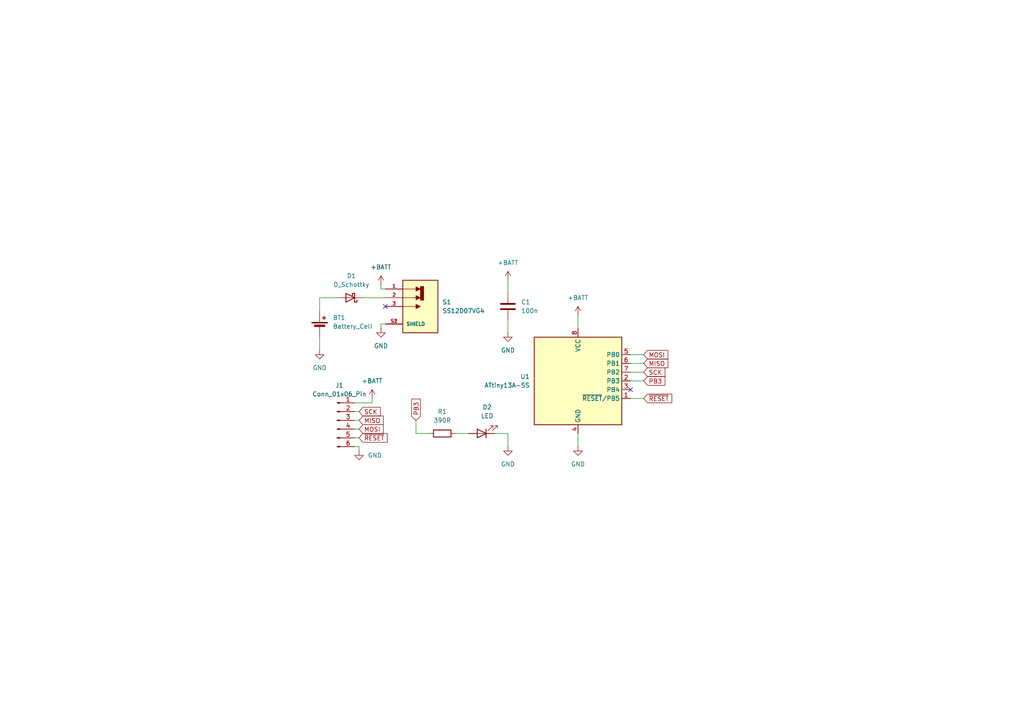
<source format=kicad_sch>
(kicad_sch
	(version 20250114)
	(generator "eeschema")
	(generator_version "9.0")
	(uuid "21502c8f-03a2-4777-a388-4cb33ba60941")
	(paper "A4")
	(title_block
		(title "Morse Code LED Blinker")
		(date "2025-10-15")
		(rev "v2")
		(company "Leandro Ebner")
	)
	(lib_symbols
		(symbol "Connector:Conn_01x06_Pin"
			(pin_names
				(offset 1.016)
				(hide yes)
			)
			(exclude_from_sim no)
			(in_bom yes)
			(on_board yes)
			(property "Reference" "J"
				(at 0 7.62 0)
				(effects
					(font
						(size 1.27 1.27)
					)
				)
			)
			(property "Value" "Conn_01x06_Pin"
				(at 0 -10.16 0)
				(effects
					(font
						(size 1.27 1.27)
					)
				)
			)
			(property "Footprint" ""
				(at 0 0 0)
				(effects
					(font
						(size 1.27 1.27)
					)
					(hide yes)
				)
			)
			(property "Datasheet" "~"
				(at 0 0 0)
				(effects
					(font
						(size 1.27 1.27)
					)
					(hide yes)
				)
			)
			(property "Description" "Generic connector, single row, 01x06, script generated"
				(at 0 0 0)
				(effects
					(font
						(size 1.27 1.27)
					)
					(hide yes)
				)
			)
			(property "ki_locked" ""
				(at 0 0 0)
				(effects
					(font
						(size 1.27 1.27)
					)
				)
			)
			(property "ki_keywords" "connector"
				(at 0 0 0)
				(effects
					(font
						(size 1.27 1.27)
					)
					(hide yes)
				)
			)
			(property "ki_fp_filters" "Connector*:*_1x??_*"
				(at 0 0 0)
				(effects
					(font
						(size 1.27 1.27)
					)
					(hide yes)
				)
			)
			(symbol "Conn_01x06_Pin_1_1"
				(rectangle
					(start 0.8636 5.207)
					(end 0 4.953)
					(stroke
						(width 0.1524)
						(type default)
					)
					(fill
						(type outline)
					)
				)
				(rectangle
					(start 0.8636 2.667)
					(end 0 2.413)
					(stroke
						(width 0.1524)
						(type default)
					)
					(fill
						(type outline)
					)
				)
				(rectangle
					(start 0.8636 0.127)
					(end 0 -0.127)
					(stroke
						(width 0.1524)
						(type default)
					)
					(fill
						(type outline)
					)
				)
				(rectangle
					(start 0.8636 -2.413)
					(end 0 -2.667)
					(stroke
						(width 0.1524)
						(type default)
					)
					(fill
						(type outline)
					)
				)
				(rectangle
					(start 0.8636 -4.953)
					(end 0 -5.207)
					(stroke
						(width 0.1524)
						(type default)
					)
					(fill
						(type outline)
					)
				)
				(rectangle
					(start 0.8636 -7.493)
					(end 0 -7.747)
					(stroke
						(width 0.1524)
						(type default)
					)
					(fill
						(type outline)
					)
				)
				(polyline
					(pts
						(xy 1.27 5.08) (xy 0.8636 5.08)
					)
					(stroke
						(width 0.1524)
						(type default)
					)
					(fill
						(type none)
					)
				)
				(polyline
					(pts
						(xy 1.27 2.54) (xy 0.8636 2.54)
					)
					(stroke
						(width 0.1524)
						(type default)
					)
					(fill
						(type none)
					)
				)
				(polyline
					(pts
						(xy 1.27 0) (xy 0.8636 0)
					)
					(stroke
						(width 0.1524)
						(type default)
					)
					(fill
						(type none)
					)
				)
				(polyline
					(pts
						(xy 1.27 -2.54) (xy 0.8636 -2.54)
					)
					(stroke
						(width 0.1524)
						(type default)
					)
					(fill
						(type none)
					)
				)
				(polyline
					(pts
						(xy 1.27 -5.08) (xy 0.8636 -5.08)
					)
					(stroke
						(width 0.1524)
						(type default)
					)
					(fill
						(type none)
					)
				)
				(polyline
					(pts
						(xy 1.27 -7.62) (xy 0.8636 -7.62)
					)
					(stroke
						(width 0.1524)
						(type default)
					)
					(fill
						(type none)
					)
				)
				(pin passive line
					(at 5.08 5.08 180)
					(length 3.81)
					(name "Pin_1"
						(effects
							(font
								(size 1.27 1.27)
							)
						)
					)
					(number "1"
						(effects
							(font
								(size 1.27 1.27)
							)
						)
					)
				)
				(pin passive line
					(at 5.08 2.54 180)
					(length 3.81)
					(name "Pin_2"
						(effects
							(font
								(size 1.27 1.27)
							)
						)
					)
					(number "2"
						(effects
							(font
								(size 1.27 1.27)
							)
						)
					)
				)
				(pin passive line
					(at 5.08 0 180)
					(length 3.81)
					(name "Pin_3"
						(effects
							(font
								(size 1.27 1.27)
							)
						)
					)
					(number "3"
						(effects
							(font
								(size 1.27 1.27)
							)
						)
					)
				)
				(pin passive line
					(at 5.08 -2.54 180)
					(length 3.81)
					(name "Pin_4"
						(effects
							(font
								(size 1.27 1.27)
							)
						)
					)
					(number "4"
						(effects
							(font
								(size 1.27 1.27)
							)
						)
					)
				)
				(pin passive line
					(at 5.08 -5.08 180)
					(length 3.81)
					(name "Pin_5"
						(effects
							(font
								(size 1.27 1.27)
							)
						)
					)
					(number "5"
						(effects
							(font
								(size 1.27 1.27)
							)
						)
					)
				)
				(pin passive line
					(at 5.08 -7.62 180)
					(length 3.81)
					(name "Pin_6"
						(effects
							(font
								(size 1.27 1.27)
							)
						)
					)
					(number "6"
						(effects
							(font
								(size 1.27 1.27)
							)
						)
					)
				)
			)
			(embedded_fonts no)
		)
		(symbol "Device:Battery_Cell"
			(pin_numbers
				(hide yes)
			)
			(pin_names
				(offset 0)
				(hide yes)
			)
			(exclude_from_sim no)
			(in_bom yes)
			(on_board yes)
			(property "Reference" "BT"
				(at 2.54 2.54 0)
				(effects
					(font
						(size 1.27 1.27)
					)
					(justify left)
				)
			)
			(property "Value" "Battery_Cell"
				(at 2.54 0 0)
				(effects
					(font
						(size 1.27 1.27)
					)
					(justify left)
				)
			)
			(property "Footprint" ""
				(at 0 1.524 90)
				(effects
					(font
						(size 1.27 1.27)
					)
					(hide yes)
				)
			)
			(property "Datasheet" "~"
				(at 0 1.524 90)
				(effects
					(font
						(size 1.27 1.27)
					)
					(hide yes)
				)
			)
			(property "Description" "Single-cell battery"
				(at 0 0 0)
				(effects
					(font
						(size 1.27 1.27)
					)
					(hide yes)
				)
			)
			(property "ki_keywords" "battery cell"
				(at 0 0 0)
				(effects
					(font
						(size 1.27 1.27)
					)
					(hide yes)
				)
			)
			(symbol "Battery_Cell_0_1"
				(rectangle
					(start -2.286 1.778)
					(end 2.286 1.524)
					(stroke
						(width 0)
						(type default)
					)
					(fill
						(type outline)
					)
				)
				(rectangle
					(start -1.524 1.016)
					(end 1.524 0.508)
					(stroke
						(width 0)
						(type default)
					)
					(fill
						(type outline)
					)
				)
				(polyline
					(pts
						(xy 0 1.778) (xy 0 2.54)
					)
					(stroke
						(width 0)
						(type default)
					)
					(fill
						(type none)
					)
				)
				(polyline
					(pts
						(xy 0 0.762) (xy 0 0)
					)
					(stroke
						(width 0)
						(type default)
					)
					(fill
						(type none)
					)
				)
				(polyline
					(pts
						(xy 0.762 3.048) (xy 1.778 3.048)
					)
					(stroke
						(width 0.254)
						(type default)
					)
					(fill
						(type none)
					)
				)
				(polyline
					(pts
						(xy 1.27 3.556) (xy 1.27 2.54)
					)
					(stroke
						(width 0.254)
						(type default)
					)
					(fill
						(type none)
					)
				)
			)
			(symbol "Battery_Cell_1_1"
				(pin passive line
					(at 0 5.08 270)
					(length 2.54)
					(name "+"
						(effects
							(font
								(size 1.27 1.27)
							)
						)
					)
					(number "1"
						(effects
							(font
								(size 1.27 1.27)
							)
						)
					)
				)
				(pin passive line
					(at 0 -2.54 90)
					(length 2.54)
					(name "-"
						(effects
							(font
								(size 1.27 1.27)
							)
						)
					)
					(number "2"
						(effects
							(font
								(size 1.27 1.27)
							)
						)
					)
				)
			)
			(embedded_fonts no)
		)
		(symbol "Device:C"
			(pin_numbers
				(hide yes)
			)
			(pin_names
				(offset 0.254)
			)
			(exclude_from_sim no)
			(in_bom yes)
			(on_board yes)
			(property "Reference" "C"
				(at 0.635 2.54 0)
				(effects
					(font
						(size 1.27 1.27)
					)
					(justify left)
				)
			)
			(property "Value" "C"
				(at 0.635 -2.54 0)
				(effects
					(font
						(size 1.27 1.27)
					)
					(justify left)
				)
			)
			(property "Footprint" ""
				(at 0.9652 -3.81 0)
				(effects
					(font
						(size 1.27 1.27)
					)
					(hide yes)
				)
			)
			(property "Datasheet" "~"
				(at 0 0 0)
				(effects
					(font
						(size 1.27 1.27)
					)
					(hide yes)
				)
			)
			(property "Description" "Unpolarized capacitor"
				(at 0 0 0)
				(effects
					(font
						(size 1.27 1.27)
					)
					(hide yes)
				)
			)
			(property "ki_keywords" "cap capacitor"
				(at 0 0 0)
				(effects
					(font
						(size 1.27 1.27)
					)
					(hide yes)
				)
			)
			(property "ki_fp_filters" "C_*"
				(at 0 0 0)
				(effects
					(font
						(size 1.27 1.27)
					)
					(hide yes)
				)
			)
			(symbol "C_0_1"
				(polyline
					(pts
						(xy -2.032 0.762) (xy 2.032 0.762)
					)
					(stroke
						(width 0.508)
						(type default)
					)
					(fill
						(type none)
					)
				)
				(polyline
					(pts
						(xy -2.032 -0.762) (xy 2.032 -0.762)
					)
					(stroke
						(width 0.508)
						(type default)
					)
					(fill
						(type none)
					)
				)
			)
			(symbol "C_1_1"
				(pin passive line
					(at 0 3.81 270)
					(length 2.794)
					(name "~"
						(effects
							(font
								(size 1.27 1.27)
							)
						)
					)
					(number "1"
						(effects
							(font
								(size 1.27 1.27)
							)
						)
					)
				)
				(pin passive line
					(at 0 -3.81 90)
					(length 2.794)
					(name "~"
						(effects
							(font
								(size 1.27 1.27)
							)
						)
					)
					(number "2"
						(effects
							(font
								(size 1.27 1.27)
							)
						)
					)
				)
			)
			(embedded_fonts no)
		)
		(symbol "Device:D_Schottky"
			(pin_numbers
				(hide yes)
			)
			(pin_names
				(offset 1.016)
				(hide yes)
			)
			(exclude_from_sim no)
			(in_bom yes)
			(on_board yes)
			(property "Reference" "D"
				(at 0 2.54 0)
				(effects
					(font
						(size 1.27 1.27)
					)
				)
			)
			(property "Value" "D_Schottky"
				(at 0 -2.54 0)
				(effects
					(font
						(size 1.27 1.27)
					)
				)
			)
			(property "Footprint" ""
				(at 0 0 0)
				(effects
					(font
						(size 1.27 1.27)
					)
					(hide yes)
				)
			)
			(property "Datasheet" "~"
				(at 0 0 0)
				(effects
					(font
						(size 1.27 1.27)
					)
					(hide yes)
				)
			)
			(property "Description" "Schottky diode"
				(at 0 0 0)
				(effects
					(font
						(size 1.27 1.27)
					)
					(hide yes)
				)
			)
			(property "ki_keywords" "diode Schottky"
				(at 0 0 0)
				(effects
					(font
						(size 1.27 1.27)
					)
					(hide yes)
				)
			)
			(property "ki_fp_filters" "TO-???* *_Diode_* *SingleDiode* D_*"
				(at 0 0 0)
				(effects
					(font
						(size 1.27 1.27)
					)
					(hide yes)
				)
			)
			(symbol "D_Schottky_0_1"
				(polyline
					(pts
						(xy -1.905 0.635) (xy -1.905 1.27) (xy -1.27 1.27) (xy -1.27 -1.27) (xy -0.635 -1.27) (xy -0.635 -0.635)
					)
					(stroke
						(width 0.254)
						(type default)
					)
					(fill
						(type none)
					)
				)
				(polyline
					(pts
						(xy 1.27 1.27) (xy 1.27 -1.27) (xy -1.27 0) (xy 1.27 1.27)
					)
					(stroke
						(width 0.254)
						(type default)
					)
					(fill
						(type none)
					)
				)
				(polyline
					(pts
						(xy 1.27 0) (xy -1.27 0)
					)
					(stroke
						(width 0)
						(type default)
					)
					(fill
						(type none)
					)
				)
			)
			(symbol "D_Schottky_1_1"
				(pin passive line
					(at -3.81 0 0)
					(length 2.54)
					(name "K"
						(effects
							(font
								(size 1.27 1.27)
							)
						)
					)
					(number "1"
						(effects
							(font
								(size 1.27 1.27)
							)
						)
					)
				)
				(pin passive line
					(at 3.81 0 180)
					(length 2.54)
					(name "A"
						(effects
							(font
								(size 1.27 1.27)
							)
						)
					)
					(number "2"
						(effects
							(font
								(size 1.27 1.27)
							)
						)
					)
				)
			)
			(embedded_fonts no)
		)
		(symbol "Device:LED"
			(pin_numbers
				(hide yes)
			)
			(pin_names
				(offset 1.016)
				(hide yes)
			)
			(exclude_from_sim no)
			(in_bom yes)
			(on_board yes)
			(property "Reference" "D"
				(at 0 2.54 0)
				(effects
					(font
						(size 1.27 1.27)
					)
				)
			)
			(property "Value" "LED"
				(at 0 -2.54 0)
				(effects
					(font
						(size 1.27 1.27)
					)
				)
			)
			(property "Footprint" ""
				(at 0 0 0)
				(effects
					(font
						(size 1.27 1.27)
					)
					(hide yes)
				)
			)
			(property "Datasheet" "~"
				(at 0 0 0)
				(effects
					(font
						(size 1.27 1.27)
					)
					(hide yes)
				)
			)
			(property "Description" "Light emitting diode"
				(at 0 0 0)
				(effects
					(font
						(size 1.27 1.27)
					)
					(hide yes)
				)
			)
			(property "Sim.Pins" "1=K 2=A"
				(at 0 0 0)
				(effects
					(font
						(size 1.27 1.27)
					)
					(hide yes)
				)
			)
			(property "ki_keywords" "LED diode"
				(at 0 0 0)
				(effects
					(font
						(size 1.27 1.27)
					)
					(hide yes)
				)
			)
			(property "ki_fp_filters" "LED* LED_SMD:* LED_THT:*"
				(at 0 0 0)
				(effects
					(font
						(size 1.27 1.27)
					)
					(hide yes)
				)
			)
			(symbol "LED_0_1"
				(polyline
					(pts
						(xy -3.048 -0.762) (xy -4.572 -2.286) (xy -3.81 -2.286) (xy -4.572 -2.286) (xy -4.572 -1.524)
					)
					(stroke
						(width 0)
						(type default)
					)
					(fill
						(type none)
					)
				)
				(polyline
					(pts
						(xy -1.778 -0.762) (xy -3.302 -2.286) (xy -2.54 -2.286) (xy -3.302 -2.286) (xy -3.302 -1.524)
					)
					(stroke
						(width 0)
						(type default)
					)
					(fill
						(type none)
					)
				)
				(polyline
					(pts
						(xy -1.27 0) (xy 1.27 0)
					)
					(stroke
						(width 0)
						(type default)
					)
					(fill
						(type none)
					)
				)
				(polyline
					(pts
						(xy -1.27 -1.27) (xy -1.27 1.27)
					)
					(stroke
						(width 0.254)
						(type default)
					)
					(fill
						(type none)
					)
				)
				(polyline
					(pts
						(xy 1.27 -1.27) (xy 1.27 1.27) (xy -1.27 0) (xy 1.27 -1.27)
					)
					(stroke
						(width 0.254)
						(type default)
					)
					(fill
						(type none)
					)
				)
			)
			(symbol "LED_1_1"
				(pin passive line
					(at -3.81 0 0)
					(length 2.54)
					(name "K"
						(effects
							(font
								(size 1.27 1.27)
							)
						)
					)
					(number "1"
						(effects
							(font
								(size 1.27 1.27)
							)
						)
					)
				)
				(pin passive line
					(at 3.81 0 180)
					(length 2.54)
					(name "A"
						(effects
							(font
								(size 1.27 1.27)
							)
						)
					)
					(number "2"
						(effects
							(font
								(size 1.27 1.27)
							)
						)
					)
				)
			)
			(embedded_fonts no)
		)
		(symbol "Device:R"
			(pin_numbers
				(hide yes)
			)
			(pin_names
				(offset 0)
			)
			(exclude_from_sim no)
			(in_bom yes)
			(on_board yes)
			(property "Reference" "R"
				(at 2.032 0 90)
				(effects
					(font
						(size 1.27 1.27)
					)
				)
			)
			(property "Value" "R"
				(at 0 0 90)
				(effects
					(font
						(size 1.27 1.27)
					)
				)
			)
			(property "Footprint" ""
				(at -1.778 0 90)
				(effects
					(font
						(size 1.27 1.27)
					)
					(hide yes)
				)
			)
			(property "Datasheet" "~"
				(at 0 0 0)
				(effects
					(font
						(size 1.27 1.27)
					)
					(hide yes)
				)
			)
			(property "Description" "Resistor"
				(at 0 0 0)
				(effects
					(font
						(size 1.27 1.27)
					)
					(hide yes)
				)
			)
			(property "ki_keywords" "R res resistor"
				(at 0 0 0)
				(effects
					(font
						(size 1.27 1.27)
					)
					(hide yes)
				)
			)
			(property "ki_fp_filters" "R_*"
				(at 0 0 0)
				(effects
					(font
						(size 1.27 1.27)
					)
					(hide yes)
				)
			)
			(symbol "R_0_1"
				(rectangle
					(start -1.016 -2.54)
					(end 1.016 2.54)
					(stroke
						(width 0.254)
						(type default)
					)
					(fill
						(type none)
					)
				)
			)
			(symbol "R_1_1"
				(pin passive line
					(at 0 3.81 270)
					(length 1.27)
					(name "~"
						(effects
							(font
								(size 1.27 1.27)
							)
						)
					)
					(number "1"
						(effects
							(font
								(size 1.27 1.27)
							)
						)
					)
				)
				(pin passive line
					(at 0 -3.81 90)
					(length 1.27)
					(name "~"
						(effects
							(font
								(size 1.27 1.27)
							)
						)
					)
					(number "2"
						(effects
							(font
								(size 1.27 1.27)
							)
						)
					)
				)
			)
			(embedded_fonts no)
		)
		(symbol "MCU_Microchip_ATtiny:ATtiny13A-SS"
			(exclude_from_sim no)
			(in_bom yes)
			(on_board yes)
			(property "Reference" "U"
				(at -12.7 13.97 0)
				(effects
					(font
						(size 1.27 1.27)
					)
					(justify left bottom)
				)
			)
			(property "Value" "ATtiny13A-SS"
				(at 2.54 -13.97 0)
				(effects
					(font
						(size 1.27 1.27)
					)
					(justify left top)
				)
			)
			(property "Footprint" "Package_SO:SOIC-8_3.9x4.9mm_P1.27mm"
				(at 0 0 0)
				(effects
					(font
						(size 1.27 1.27)
						(italic yes)
					)
					(hide yes)
				)
			)
			(property "Datasheet" "http://ww1.microchip.com/downloads/en/DeviceDoc/doc8126.pdf"
				(at 0 0 0)
				(effects
					(font
						(size 1.27 1.27)
					)
					(hide yes)
				)
			)
			(property "Description" "20MHz, 1kB Flash, 64B SRAM, 64B EEPROM, debugWIRE, SOIC-8 (150 mil)"
				(at 0 0 0)
				(effects
					(font
						(size 1.27 1.27)
					)
					(hide yes)
				)
			)
			(property "ki_keywords" "AVR 8bit Microcontroller tinyAVR"
				(at 0 0 0)
				(effects
					(font
						(size 1.27 1.27)
					)
					(hide yes)
				)
			)
			(property "ki_fp_filters" "SOIC*3.9x4.9mm*P1.27mm*"
				(at 0 0 0)
				(effects
					(font
						(size 1.27 1.27)
					)
					(hide yes)
				)
			)
			(symbol "ATtiny13A-SS_0_1"
				(rectangle
					(start -12.7 -12.7)
					(end 12.7 12.7)
					(stroke
						(width 0.254)
						(type default)
					)
					(fill
						(type background)
					)
				)
			)
			(symbol "ATtiny13A-SS_1_1"
				(pin power_in line
					(at 0 15.24 270)
					(length 2.54)
					(name "VCC"
						(effects
							(font
								(size 1.27 1.27)
							)
						)
					)
					(number "8"
						(effects
							(font
								(size 1.27 1.27)
							)
						)
					)
				)
				(pin power_in line
					(at 0 -15.24 90)
					(length 2.54)
					(name "GND"
						(effects
							(font
								(size 1.27 1.27)
							)
						)
					)
					(number "4"
						(effects
							(font
								(size 1.27 1.27)
							)
						)
					)
				)
				(pin bidirectional line
					(at 15.24 7.62 180)
					(length 2.54)
					(name "PB0"
						(effects
							(font
								(size 1.27 1.27)
							)
						)
					)
					(number "5"
						(effects
							(font
								(size 1.27 1.27)
							)
						)
					)
				)
				(pin bidirectional line
					(at 15.24 5.08 180)
					(length 2.54)
					(name "PB1"
						(effects
							(font
								(size 1.27 1.27)
							)
						)
					)
					(number "6"
						(effects
							(font
								(size 1.27 1.27)
							)
						)
					)
				)
				(pin bidirectional line
					(at 15.24 2.54 180)
					(length 2.54)
					(name "PB2"
						(effects
							(font
								(size 1.27 1.27)
							)
						)
					)
					(number "7"
						(effects
							(font
								(size 1.27 1.27)
							)
						)
					)
				)
				(pin bidirectional line
					(at 15.24 0 180)
					(length 2.54)
					(name "PB3"
						(effects
							(font
								(size 1.27 1.27)
							)
						)
					)
					(number "2"
						(effects
							(font
								(size 1.27 1.27)
							)
						)
					)
				)
				(pin bidirectional line
					(at 15.24 -2.54 180)
					(length 2.54)
					(name "PB4"
						(effects
							(font
								(size 1.27 1.27)
							)
						)
					)
					(number "3"
						(effects
							(font
								(size 1.27 1.27)
							)
						)
					)
				)
				(pin bidirectional line
					(at 15.24 -5.08 180)
					(length 2.54)
					(name "~{RESET}/PB5"
						(effects
							(font
								(size 1.27 1.27)
							)
						)
					)
					(number "1"
						(effects
							(font
								(size 1.27 1.27)
							)
						)
					)
				)
			)
			(embedded_fonts no)
		)
		(symbol "power:+BATT"
			(power)
			(pin_numbers
				(hide yes)
			)
			(pin_names
				(offset 0)
				(hide yes)
			)
			(exclude_from_sim no)
			(in_bom yes)
			(on_board yes)
			(property "Reference" "#PWR"
				(at 0 -3.81 0)
				(effects
					(font
						(size 1.27 1.27)
					)
					(hide yes)
				)
			)
			(property "Value" "+BATT"
				(at 0 3.556 0)
				(effects
					(font
						(size 1.27 1.27)
					)
				)
			)
			(property "Footprint" ""
				(at 0 0 0)
				(effects
					(font
						(size 1.27 1.27)
					)
					(hide yes)
				)
			)
			(property "Datasheet" ""
				(at 0 0 0)
				(effects
					(font
						(size 1.27 1.27)
					)
					(hide yes)
				)
			)
			(property "Description" "Power symbol creates a global label with name \"+BATT\""
				(at 0 0 0)
				(effects
					(font
						(size 1.27 1.27)
					)
					(hide yes)
				)
			)
			(property "ki_keywords" "global power battery"
				(at 0 0 0)
				(effects
					(font
						(size 1.27 1.27)
					)
					(hide yes)
				)
			)
			(symbol "+BATT_0_1"
				(polyline
					(pts
						(xy -0.762 1.27) (xy 0 2.54)
					)
					(stroke
						(width 0)
						(type default)
					)
					(fill
						(type none)
					)
				)
				(polyline
					(pts
						(xy 0 2.54) (xy 0.762 1.27)
					)
					(stroke
						(width 0)
						(type default)
					)
					(fill
						(type none)
					)
				)
				(polyline
					(pts
						(xy 0 0) (xy 0 2.54)
					)
					(stroke
						(width 0)
						(type default)
					)
					(fill
						(type none)
					)
				)
			)
			(symbol "+BATT_1_1"
				(pin power_in line
					(at 0 0 90)
					(length 0)
					(name "~"
						(effects
							(font
								(size 1.27 1.27)
							)
						)
					)
					(number "1"
						(effects
							(font
								(size 1.27 1.27)
							)
						)
					)
				)
			)
			(embedded_fonts no)
		)
		(symbol "power:GND"
			(power)
			(pin_numbers
				(hide yes)
			)
			(pin_names
				(offset 0)
				(hide yes)
			)
			(exclude_from_sim no)
			(in_bom yes)
			(on_board yes)
			(property "Reference" "#PWR"
				(at 0 -6.35 0)
				(effects
					(font
						(size 1.27 1.27)
					)
					(hide yes)
				)
			)
			(property "Value" "GND"
				(at 0 -3.81 0)
				(effects
					(font
						(size 1.27 1.27)
					)
				)
			)
			(property "Footprint" ""
				(at 0 0 0)
				(effects
					(font
						(size 1.27 1.27)
					)
					(hide yes)
				)
			)
			(property "Datasheet" ""
				(at 0 0 0)
				(effects
					(font
						(size 1.27 1.27)
					)
					(hide yes)
				)
			)
			(property "Description" "Power symbol creates a global label with name \"GND\" , ground"
				(at 0 0 0)
				(effects
					(font
						(size 1.27 1.27)
					)
					(hide yes)
				)
			)
			(property "ki_keywords" "global power"
				(at 0 0 0)
				(effects
					(font
						(size 1.27 1.27)
					)
					(hide yes)
				)
			)
			(symbol "GND_0_1"
				(polyline
					(pts
						(xy 0 0) (xy 0 -1.27) (xy 1.27 -1.27) (xy 0 -2.54) (xy -1.27 -1.27) (xy 0 -1.27)
					)
					(stroke
						(width 0)
						(type default)
					)
					(fill
						(type none)
					)
				)
			)
			(symbol "GND_1_1"
				(pin power_in line
					(at 0 0 270)
					(length 0)
					(name "~"
						(effects
							(font
								(size 1.27 1.27)
							)
						)
					)
					(number "1"
						(effects
							(font
								(size 1.27 1.27)
							)
						)
					)
				)
			)
			(embedded_fonts no)
		)
		(symbol "syms:SS12D07VG4"
			(pin_names
				(offset 1.016)
			)
			(exclude_from_sim no)
			(in_bom yes)
			(on_board yes)
			(property "Reference" "S"
				(at -5.08 8.89 0)
				(effects
					(font
						(size 1.27 1.27)
					)
					(justify left bottom)
				)
			)
			(property "Value" "SS12D07VG4"
				(at -5.08 -8.89 0)
				(effects
					(font
						(size 1.27 1.27)
					)
					(justify left top)
				)
			)
			(property "Footprint" "SS12D07VG4:SW_SS12D07VG4"
				(at 0 0 0)
				(effects
					(font
						(size 1.27 1.27)
					)
					(justify bottom)
					(hide yes)
				)
			)
			(property "Datasheet" ""
				(at 0 0 0)
				(effects
					(font
						(size 1.27 1.27)
					)
					(hide yes)
				)
			)
			(property "Description" ""
				(at 0 0 0)
				(effects
					(font
						(size 1.27 1.27)
					)
					(hide yes)
				)
			)
			(property "MF" "Shouhan"
				(at 0 0 0)
				(effects
					(font
						(size 1.27 1.27)
					)
					(justify bottom)
					(hide yes)
				)
			)
			(property "MAXIMUM_PACKAGE_HEIGHT" "8.7mm"
				(at 0 0 0)
				(effects
					(font
						(size 1.27 1.27)
					)
					(justify bottom)
					(hide yes)
				)
			)
			(property "Package" "Package"
				(at 0 0 0)
				(effects
					(font
						(size 1.27 1.27)
					)
					(justify bottom)
					(hide yes)
				)
			)
			(property "Price" "None"
				(at 0 0 0)
				(effects
					(font
						(size 1.27 1.27)
					)
					(justify bottom)
					(hide yes)
				)
			)
			(property "Check_prices" "https://www.snapeda.com/parts/SS12D07VG4/Shouhan/view-part/?ref=eda"
				(at 0 0 0)
				(effects
					(font
						(size 1.27 1.27)
					)
					(justify bottom)
					(hide yes)
				)
			)
			(property "STANDARD" "Manufacturer Recommendations"
				(at 0 0 0)
				(effects
					(font
						(size 1.27 1.27)
					)
					(justify bottom)
					(hide yes)
				)
			)
			(property "PARTREV" "1"
				(at 0 0 0)
				(effects
					(font
						(size 1.27 1.27)
					)
					(justify bottom)
					(hide yes)
				)
			)
			(property "SnapEDA_Link" "https://www.snapeda.com/parts/SS12D07VG4/Shouhan/view-part/?ref=snap"
				(at 0 0 0)
				(effects
					(font
						(size 1.27 1.27)
					)
					(justify bottom)
					(hide yes)
				)
			)
			(property "MP" "SS12D07VG4"
				(at 0 0 0)
				(effects
					(font
						(size 1.27 1.27)
					)
					(justify bottom)
					(hide yes)
				)
			)
			(property "Description_1" "Switch Slide ON ON SPDT Top Slide 0.3A 30VDC PC Pins Bracket Mount/Through Hole Automotive Bulk"
				(at 0 0 0)
				(effects
					(font
						(size 1.27 1.27)
					)
					(justify bottom)
					(hide yes)
				)
			)
			(property "Availability" "Not in stock"
				(at 0 0 0)
				(effects
					(font
						(size 1.27 1.27)
					)
					(justify bottom)
					(hide yes)
				)
			)
			(property "MANUFACTURER" "Shouhan"
				(at 0 0 0)
				(effects
					(font
						(size 1.27 1.27)
					)
					(justify bottom)
					(hide yes)
				)
			)
			(symbol "SS12D07VG4_0_0"
				(polyline
					(pts
						(xy -5.08 5.08) (xy -1.27 5.08)
					)
					(stroke
						(width 0.1524)
						(type default)
					)
					(fill
						(type none)
					)
				)
				(polyline
					(pts
						(xy -5.08 2.54) (xy -1.27 2.54)
					)
					(stroke
						(width 0.1524)
						(type default)
					)
					(fill
						(type none)
					)
				)
				(polyline
					(pts
						(xy -5.08 0) (xy -1.27 0)
					)
					(stroke
						(width 0.1524)
						(type default)
					)
					(fill
						(type none)
					)
				)
				(rectangle
					(start -5.08 -7.62)
					(end 5.08 7.62)
					(stroke
						(width 0.254)
						(type default)
					)
					(fill
						(type background)
					)
				)
				(polyline
					(pts
						(xy -1.27 5.715) (xy -1.27 4.445) (xy 0 5.08) (xy -1.27 5.715)
					)
					(stroke
						(width 0.1524)
						(type default)
					)
					(fill
						(type outline)
					)
				)
				(polyline
					(pts
						(xy -1.27 3.175) (xy -1.27 1.905) (xy 0 2.54) (xy -1.27 3.175)
					)
					(stroke
						(width 0.1524)
						(type default)
					)
					(fill
						(type outline)
					)
				)
				(polyline
					(pts
						(xy -1.27 0.635) (xy -1.27 -0.635) (xy 0 0) (xy -1.27 0.635)
					)
					(stroke
						(width 0.1524)
						(type default)
					)
					(fill
						(type outline)
					)
				)
				(polyline
					(pts
						(xy 0 5.842) (xy 0 1.778) (xy 1.016 1.778) (xy 1.016 5.842) (xy 0 5.842)
					)
					(stroke
						(width 0.0254)
						(type default)
					)
					(fill
						(type outline)
					)
				)
				(pin passive line
					(at -10.16 5.08 0)
					(length 5.08)
					(name "~"
						(effects
							(font
								(size 1.016 1.016)
							)
						)
					)
					(number "1"
						(effects
							(font
								(size 1.016 1.016)
							)
						)
					)
				)
				(pin passive line
					(at -10.16 2.54 0)
					(length 5.08)
					(name "~"
						(effects
							(font
								(size 1.016 1.016)
							)
						)
					)
					(number "2"
						(effects
							(font
								(size 1.016 1.016)
							)
						)
					)
				)
				(pin passive line
					(at -10.16 0 0)
					(length 5.08)
					(name "~"
						(effects
							(font
								(size 1.016 1.016)
							)
						)
					)
					(number "3"
						(effects
							(font
								(size 1.016 1.016)
							)
						)
					)
				)
				(pin passive line
					(at -10.16 -5.08 0)
					(length 5.08)
					(name "SHIELD"
						(effects
							(font
								(size 1.016 1.016)
							)
						)
					)
					(number "S1"
						(effects
							(font
								(size 1.016 1.016)
							)
						)
					)
				)
				(pin passive line
					(at -10.16 -5.08 0)
					(length 5.08)
					(name "SHIELD"
						(effects
							(font
								(size 1.016 1.016)
							)
						)
					)
					(number "S2"
						(effects
							(font
								(size 1.016 1.016)
							)
						)
					)
				)
			)
			(embedded_fonts no)
		)
	)
	(no_connect
		(at 182.88 113.03)
		(uuid "1bc92951-0ffe-49a9-8343-f39e861db3c5")
	)
	(no_connect
		(at 111.76 88.9)
		(uuid "5cb0e22c-f489-44c1-b1bc-53aae4c9628e")
	)
	(wire
		(pts
			(xy 147.32 81.28) (xy 147.32 85.09)
		)
		(stroke
			(width 0)
			(type default)
		)
		(uuid "04034ac1-1e1d-459b-9fc0-642ab59e3b4e")
	)
	(wire
		(pts
			(xy 104.14 129.54) (xy 104.14 130.81)
		)
		(stroke
			(width 0)
			(type default)
		)
		(uuid "05e6b814-5418-4d67-b1ab-658313526db4")
	)
	(wire
		(pts
			(xy 111.76 93.98) (xy 110.49 93.98)
		)
		(stroke
			(width 0)
			(type default)
		)
		(uuid "0d22333b-97a6-4bfe-8b6b-93566c014752")
	)
	(wire
		(pts
			(xy 186.69 102.87) (xy 182.88 102.87)
		)
		(stroke
			(width 0)
			(type default)
		)
		(uuid "0e2032a5-788a-4811-900d-e729c64c601a")
	)
	(wire
		(pts
			(xy 102.87 116.84) (xy 107.95 116.84)
		)
		(stroke
			(width 0)
			(type default)
		)
		(uuid "0ed29267-9b56-4fde-b999-86a1c207f553")
	)
	(wire
		(pts
			(xy 186.69 107.95) (xy 182.88 107.95)
		)
		(stroke
			(width 0)
			(type default)
		)
		(uuid "16705f96-c103-405f-a085-5dedf2d1ea7d")
	)
	(wire
		(pts
			(xy 105.41 86.36) (xy 111.76 86.36)
		)
		(stroke
			(width 0)
			(type default)
		)
		(uuid "1f5d38d4-0975-4e7b-ad54-146ccf374b9a")
	)
	(wire
		(pts
			(xy 102.87 124.46) (xy 104.14 124.46)
		)
		(stroke
			(width 0)
			(type default)
		)
		(uuid "283508e9-2ab2-40de-bcaf-184becffcd52")
	)
	(wire
		(pts
			(xy 111.76 83.82) (xy 110.49 83.82)
		)
		(stroke
			(width 0)
			(type default)
		)
		(uuid "344b591b-0ebe-4908-9d03-7d6a6034ea5e")
	)
	(wire
		(pts
			(xy 124.46 125.73) (xy 120.65 125.73)
		)
		(stroke
			(width 0)
			(type default)
		)
		(uuid "4179ec79-6e03-4dd9-a35c-d49f04103cbc")
	)
	(wire
		(pts
			(xy 92.71 86.36) (xy 97.79 86.36)
		)
		(stroke
			(width 0)
			(type default)
		)
		(uuid "48e83416-5b6e-469d-90d8-4701803406ac")
	)
	(wire
		(pts
			(xy 102.87 119.38) (xy 104.14 119.38)
		)
		(stroke
			(width 0)
			(type default)
		)
		(uuid "53be3981-9fb4-4e6b-bed2-ce8f97393180")
	)
	(wire
		(pts
			(xy 102.87 127) (xy 104.14 127)
		)
		(stroke
			(width 0)
			(type default)
		)
		(uuid "67193aa1-563c-4648-8da5-3febc54890ab")
	)
	(wire
		(pts
			(xy 167.64 129.54) (xy 167.64 125.73)
		)
		(stroke
			(width 0)
			(type default)
		)
		(uuid "68c9be78-ab58-424a-b442-87e97c4c88d8")
	)
	(wire
		(pts
			(xy 186.69 115.57) (xy 182.88 115.57)
		)
		(stroke
			(width 0)
			(type default)
		)
		(uuid "6f1306a0-ea23-4e39-a9f3-4bd0dd5b44de")
	)
	(wire
		(pts
			(xy 135.89 125.73) (xy 132.08 125.73)
		)
		(stroke
			(width 0)
			(type default)
		)
		(uuid "7468a94e-0242-4dd2-8cf4-5aa91817e4c4")
	)
	(wire
		(pts
			(xy 92.71 97.79) (xy 92.71 101.6)
		)
		(stroke
			(width 0)
			(type default)
		)
		(uuid "7cd89b77-a32d-4195-9454-627011a4933a")
	)
	(wire
		(pts
			(xy 110.49 93.98) (xy 110.49 95.25)
		)
		(stroke
			(width 0)
			(type default)
		)
		(uuid "83317db1-b979-43cf-9a08-7c39ac58496e")
	)
	(wire
		(pts
			(xy 110.49 82.55) (xy 110.49 83.82)
		)
		(stroke
			(width 0)
			(type default)
		)
		(uuid "848238cc-1b2c-4745-891e-4d95551f10a1")
	)
	(wire
		(pts
			(xy 102.87 121.92) (xy 104.14 121.92)
		)
		(stroke
			(width 0)
			(type default)
		)
		(uuid "877cc83d-3115-4c10-b295-0375fbfe0324")
	)
	(wire
		(pts
			(xy 186.69 105.41) (xy 182.88 105.41)
		)
		(stroke
			(width 0)
			(type default)
		)
		(uuid "91031e5c-dc01-466b-969e-244ef5146b0b")
	)
	(wire
		(pts
			(xy 143.51 125.73) (xy 147.32 125.73)
		)
		(stroke
			(width 0)
			(type default)
		)
		(uuid "9ec3973e-d7b7-4650-aa25-cff71784ea85")
	)
	(wire
		(pts
			(xy 186.69 110.49) (xy 182.88 110.49)
		)
		(stroke
			(width 0)
			(type default)
		)
		(uuid "a1ec95af-0bc5-4d5f-a341-d069e0cc615c")
	)
	(wire
		(pts
			(xy 102.87 129.54) (xy 104.14 129.54)
		)
		(stroke
			(width 0)
			(type default)
		)
		(uuid "a3bc72dc-a421-4e5f-8ee9-e6d9369f57f3")
	)
	(wire
		(pts
			(xy 167.64 91.44) (xy 167.64 95.25)
		)
		(stroke
			(width 0)
			(type default)
		)
		(uuid "a83d48bc-def5-4c70-8c0f-c8392a6a51a8")
	)
	(wire
		(pts
			(xy 107.95 115.57) (xy 107.95 116.84)
		)
		(stroke
			(width 0)
			(type default)
		)
		(uuid "cff7ae22-54ac-4d12-bc2c-c9c8f5c97f55")
	)
	(wire
		(pts
			(xy 92.71 86.36) (xy 92.71 90.17)
		)
		(stroke
			(width 0)
			(type default)
		)
		(uuid "d2e252a9-0fd7-4aa5-bf85-2d81ab339d8a")
	)
	(wire
		(pts
			(xy 120.65 121.92) (xy 120.65 125.73)
		)
		(stroke
			(width 0)
			(type default)
		)
		(uuid "d3b65c95-7e2b-47d8-8b21-97da276c47b4")
	)
	(wire
		(pts
			(xy 147.32 96.52) (xy 147.32 92.71)
		)
		(stroke
			(width 0)
			(type default)
		)
		(uuid "e779aef5-f47d-4631-923d-61741762ad1e")
	)
	(wire
		(pts
			(xy 147.32 125.73) (xy 147.32 129.54)
		)
		(stroke
			(width 0)
			(type default)
		)
		(uuid "eccc5b7e-98f9-4873-aaa1-00b217ec4747")
	)
	(global_label "MISO"
		(shape input)
		(at 186.69 105.41 0)
		(fields_autoplaced yes)
		(effects
			(font
				(size 1.27 1.27)
			)
			(justify left)
		)
		(uuid "1e026a3a-0d3c-434e-a4e5-1747c286b323")
		(property "Intersheetrefs" "${INTERSHEET_REFS}"
			(at 194.2714 105.41 0)
			(effects
				(font
					(size 1.27 1.27)
				)
				(justify left)
				(hide yes)
			)
		)
	)
	(global_label "SCK"
		(shape input)
		(at 104.14 119.38 0)
		(fields_autoplaced yes)
		(effects
			(font
				(size 1.27 1.27)
			)
			(justify left)
		)
		(uuid "21872add-d1c7-4b86-bf4a-e5c79e0cd0b9")
		(property "Intersheetrefs" "${INTERSHEET_REFS}"
			(at 110.8747 119.38 0)
			(effects
				(font
					(size 1.27 1.27)
				)
				(justify left)
				(hide yes)
			)
		)
	)
	(global_label "MOSI"
		(shape input)
		(at 104.14 124.46 0)
		(fields_autoplaced yes)
		(effects
			(font
				(size 1.27 1.27)
			)
			(justify left)
		)
		(uuid "245124de-4089-43e5-9d4f-61d715b4d155")
		(property "Intersheetrefs" "${INTERSHEET_REFS}"
			(at 111.7214 124.46 0)
			(effects
				(font
					(size 1.27 1.27)
				)
				(justify left)
				(hide yes)
			)
		)
	)
	(global_label "MOSI"
		(shape input)
		(at 186.69 102.87 0)
		(fields_autoplaced yes)
		(effects
			(font
				(size 1.27 1.27)
			)
			(justify left)
		)
		(uuid "2d932d27-a90a-48b3-bcd9-671770db1523")
		(property "Intersheetrefs" "${INTERSHEET_REFS}"
			(at 194.2714 102.87 0)
			(effects
				(font
					(size 1.27 1.27)
				)
				(justify left)
				(hide yes)
			)
		)
	)
	(global_label "~{RESET}"
		(shape input)
		(at 186.69 115.57 0)
		(fields_autoplaced yes)
		(effects
			(font
				(size 1.27 1.27)
			)
			(justify left)
		)
		(uuid "53cba1e1-43a1-4c53-9d57-eb16e2689686")
		(property "Intersheetrefs" "${INTERSHEET_REFS}"
			(at 195.4203 115.57 0)
			(effects
				(font
					(size 1.27 1.27)
				)
				(justify left)
				(hide yes)
			)
		)
	)
	(global_label "~{RESET}"
		(shape input)
		(at 104.14 127 0)
		(fields_autoplaced yes)
		(effects
			(font
				(size 1.27 1.27)
			)
			(justify left)
		)
		(uuid "5dc38687-0c3d-4912-95c0-3768e45e8bd2")
		(property "Intersheetrefs" "${INTERSHEET_REFS}"
			(at 112.8703 127 0)
			(effects
				(font
					(size 1.27 1.27)
				)
				(justify left)
				(hide yes)
			)
		)
	)
	(global_label "MISO"
		(shape input)
		(at 104.14 121.92 0)
		(fields_autoplaced yes)
		(effects
			(font
				(size 1.27 1.27)
			)
			(justify left)
		)
		(uuid "7c1fb1ca-3a17-4b88-973b-12bb789ebf1f")
		(property "Intersheetrefs" "${INTERSHEET_REFS}"
			(at 111.7214 121.92 0)
			(effects
				(font
					(size 1.27 1.27)
				)
				(justify left)
				(hide yes)
			)
		)
	)
	(global_label "SCK"
		(shape input)
		(at 186.69 107.95 0)
		(fields_autoplaced yes)
		(effects
			(font
				(size 1.27 1.27)
			)
			(justify left)
		)
		(uuid "90d87bc2-406d-4948-bdea-ea442020d1d0")
		(property "Intersheetrefs" "${INTERSHEET_REFS}"
			(at 193.4247 107.95 0)
			(effects
				(font
					(size 1.27 1.27)
				)
				(justify left)
				(hide yes)
			)
		)
	)
	(global_label "PB3"
		(shape input)
		(at 120.65 121.92 90)
		(fields_autoplaced yes)
		(effects
			(font
				(size 1.27 1.27)
			)
			(justify left)
		)
		(uuid "9771dcac-3be1-41f6-bd37-526d0c57693e")
		(property "Intersheetrefs" "${INTERSHEET_REFS}"
			(at 120.65 115.1853 90)
			(effects
				(font
					(size 1.27 1.27)
				)
				(justify left)
				(hide yes)
			)
		)
	)
	(global_label "PB3"
		(shape input)
		(at 186.69 110.49 0)
		(fields_autoplaced yes)
		(effects
			(font
				(size 1.27 1.27)
			)
			(justify left)
		)
		(uuid "def3569f-efe7-4ec7-b5c9-9379ddb2da80")
		(property "Intersheetrefs" "${INTERSHEET_REFS}"
			(at 193.4247 110.49 0)
			(effects
				(font
					(size 1.27 1.27)
				)
				(justify left)
				(hide yes)
			)
		)
	)
	(symbol
		(lib_id "Device:LED")
		(at 139.7 125.73 180)
		(unit 1)
		(exclude_from_sim no)
		(in_bom yes)
		(on_board yes)
		(dnp no)
		(fields_autoplaced yes)
		(uuid "07337a59-29d6-408b-8681-ab9fe6ab2349")
		(property "Reference" "D2"
			(at 141.2875 118.11 0)
			(effects
				(font
					(size 1.27 1.27)
				)
			)
		)
		(property "Value" "LED"
			(at 141.2875 120.65 0)
			(effects
				(font
					(size 1.27 1.27)
				)
			)
		)
		(property "Footprint" "LED_THT:LED_D3.0mm"
			(at 139.7 125.73 0)
			(effects
				(font
					(size 1.27 1.27)
				)
				(hide yes)
			)
		)
		(property "Datasheet" "~"
			(at 139.7 125.73 0)
			(effects
				(font
					(size 1.27 1.27)
				)
				(hide yes)
			)
		)
		(property "Description" "Light emitting diode"
			(at 139.7 125.73 0)
			(effects
				(font
					(size 1.27 1.27)
				)
				(hide yes)
			)
		)
		(property "Sim.Pins" "1=K 2=A"
			(at 139.7 125.73 0)
			(effects
				(font
					(size 1.27 1.27)
				)
				(hide yes)
			)
		)
		(pin "1"
			(uuid "65d40bc1-5e76-4f42-b39b-4a96f700b09e")
		)
		(pin "2"
			(uuid "518142e3-e750-4a8e-a230-fc1e18bdc7ba")
		)
		(instances
			(project ""
				(path "/21502c8f-03a2-4777-a388-4cb33ba60941"
					(reference "D2")
					(unit 1)
				)
			)
		)
	)
	(symbol
		(lib_id "power:+BATT")
		(at 107.95 115.57 0)
		(unit 1)
		(exclude_from_sim no)
		(in_bom yes)
		(on_board yes)
		(dnp no)
		(fields_autoplaced yes)
		(uuid "3f7e42e2-00c9-4262-9ff8-b5eea814bd67")
		(property "Reference" "#PWR011"
			(at 107.95 119.38 0)
			(effects
				(font
					(size 1.27 1.27)
				)
				(hide yes)
			)
		)
		(property "Value" "+BATT"
			(at 107.95 110.49 0)
			(effects
				(font
					(size 1.27 1.27)
				)
			)
		)
		(property "Footprint" ""
			(at 107.95 115.57 0)
			(effects
				(font
					(size 1.27 1.27)
				)
				(hide yes)
			)
		)
		(property "Datasheet" ""
			(at 107.95 115.57 0)
			(effects
				(font
					(size 1.27 1.27)
				)
				(hide yes)
			)
		)
		(property "Description" "Power symbol creates a global label with name \"+BATT\""
			(at 107.95 115.57 0)
			(effects
				(font
					(size 1.27 1.27)
				)
				(hide yes)
			)
		)
		(pin "1"
			(uuid "f433c32b-e546-4330-8d75-708baa9ea998")
		)
		(instances
			(project "Explore Science"
				(path "/21502c8f-03a2-4777-a388-4cb33ba60941"
					(reference "#PWR011")
					(unit 1)
				)
			)
		)
	)
	(symbol
		(lib_id "Device:Battery_Cell")
		(at 92.71 95.25 0)
		(unit 1)
		(exclude_from_sim no)
		(in_bom yes)
		(on_board yes)
		(dnp no)
		(fields_autoplaced yes)
		(uuid "403382bb-a0b9-425c-b0a3-66c74edd273d")
		(property "Reference" "BT1"
			(at 96.52 92.1384 0)
			(effects
				(font
					(size 1.27 1.27)
				)
				(justify left)
			)
		)
		(property "Value" "Battery_Cell"
			(at 96.52 94.6784 0)
			(effects
				(font
					(size 1.27 1.27)
				)
				(justify left)
			)
		)
		(property "Footprint" "Battery:BatteryHolder_MYOUNG_BS-07-A1BJ001_CR2032"
			(at 92.71 93.726 90)
			(effects
				(font
					(size 1.27 1.27)
				)
				(hide yes)
			)
		)
		(property "Datasheet" "~"
			(at 92.71 93.726 90)
			(effects
				(font
					(size 1.27 1.27)
				)
				(hide yes)
			)
		)
		(property "Description" "Single-cell battery"
			(at 92.71 95.25 0)
			(effects
				(font
					(size 1.27 1.27)
				)
				(hide yes)
			)
		)
		(pin "2"
			(uuid "2e50f09f-98f1-43d7-b8ef-47d65acfc873")
		)
		(pin "1"
			(uuid "bc3ecb24-689d-49c5-966d-018732fe1ec9")
		)
		(instances
			(project "Explore Science"
				(path "/21502c8f-03a2-4777-a388-4cb33ba60941"
					(reference "BT1")
					(unit 1)
				)
			)
		)
	)
	(symbol
		(lib_id "syms:SS12D07VG4")
		(at 121.92 88.9 0)
		(unit 1)
		(exclude_from_sim no)
		(in_bom yes)
		(on_board yes)
		(dnp no)
		(fields_autoplaced yes)
		(uuid "54be58bd-6a5f-4075-bffd-6a730167dacb")
		(property "Reference" "S1"
			(at 128.27 87.6299 0)
			(effects
				(font
					(size 1.27 1.27)
				)
				(justify left)
			)
		)
		(property "Value" "SS12D07VG4"
			(at 128.27 90.1699 0)
			(effects
				(font
					(size 1.27 1.27)
				)
				(justify left)
			)
		)
		(property "Footprint" "SS12D07VG4:SW_SS12D07VG4"
			(at 121.92 88.9 0)
			(effects
				(font
					(size 1.27 1.27)
				)
				(justify bottom)
				(hide yes)
			)
		)
		(property "Datasheet" ""
			(at 121.92 88.9 0)
			(effects
				(font
					(size 1.27 1.27)
				)
				(hide yes)
			)
		)
		(property "Description" ""
			(at 121.92 88.9 0)
			(effects
				(font
					(size 1.27 1.27)
				)
				(hide yes)
			)
		)
		(property "MF" "Shouhan"
			(at 121.92 88.9 0)
			(effects
				(font
					(size 1.27 1.27)
				)
				(justify bottom)
				(hide yes)
			)
		)
		(property "MAXIMUM_PACKAGE_HEIGHT" "8.7mm"
			(at 121.92 88.9 0)
			(effects
				(font
					(size 1.27 1.27)
				)
				(justify bottom)
				(hide yes)
			)
		)
		(property "Package" "Package"
			(at 121.92 88.9 0)
			(effects
				(font
					(size 1.27 1.27)
				)
				(justify bottom)
				(hide yes)
			)
		)
		(property "Price" "None"
			(at 121.92 88.9 0)
			(effects
				(font
					(size 1.27 1.27)
				)
				(justify bottom)
				(hide yes)
			)
		)
		(property "Check_prices" "https://www.snapeda.com/parts/SS12D07VG4/Shouhan/view-part/?ref=eda"
			(at 121.92 88.9 0)
			(effects
				(font
					(size 1.27 1.27)
				)
				(justify bottom)
				(hide yes)
			)
		)
		(property "STANDARD" "Manufacturer Recommendations"
			(at 121.92 88.9 0)
			(effects
				(font
					(size 1.27 1.27)
				)
				(justify bottom)
				(hide yes)
			)
		)
		(property "PARTREV" "1"
			(at 121.92 88.9 0)
			(effects
				(font
					(size 1.27 1.27)
				)
				(justify bottom)
				(hide yes)
			)
		)
		(property "SnapEDA_Link" "https://www.snapeda.com/parts/SS12D07VG4/Shouhan/view-part/?ref=snap"
			(at 121.92 88.9 0)
			(effects
				(font
					(size 1.27 1.27)
				)
				(justify bottom)
				(hide yes)
			)
		)
		(property "MP" "SS12D07VG4"
			(at 121.92 88.9 0)
			(effects
				(font
					(size 1.27 1.27)
				)
				(justify bottom)
				(hide yes)
			)
		)
		(property "Description_1" "Switch Slide ON ON SPDT Top Slide 0.3A 30VDC PC Pins Bracket Mount/Through Hole Automotive Bulk"
			(at 121.92 88.9 0)
			(effects
				(font
					(size 1.27 1.27)
				)
				(justify bottom)
				(hide yes)
			)
		)
		(property "Availability" "Not in stock"
			(at 121.92 88.9 0)
			(effects
				(font
					(size 1.27 1.27)
				)
				(justify bottom)
				(hide yes)
			)
		)
		(property "MANUFACTURER" "Shouhan"
			(at 121.92 88.9 0)
			(effects
				(font
					(size 1.27 1.27)
				)
				(justify bottom)
				(hide yes)
			)
		)
		(pin "S2"
			(uuid "6b0d292a-85ce-4177-9e0b-d03425be4a7e")
		)
		(pin "1"
			(uuid "d6038460-2d5f-4d46-805e-d90d4c6c7c42")
		)
		(pin "3"
			(uuid "099daf3f-439b-4209-830e-f1836e893993")
		)
		(pin "2"
			(uuid "2a3c6210-b2ba-4f05-867a-1298e6852892")
		)
		(pin "S1"
			(uuid "e84ca201-84b6-4b8f-aefa-ca014126e11f")
		)
		(instances
			(project ""
				(path "/21502c8f-03a2-4777-a388-4cb33ba60941"
					(reference "S1")
					(unit 1)
				)
			)
		)
	)
	(symbol
		(lib_id "power:GND")
		(at 167.64 129.54 0)
		(unit 1)
		(exclude_from_sim no)
		(in_bom yes)
		(on_board yes)
		(dnp no)
		(fields_autoplaced yes)
		(uuid "59c42457-5d45-4f16-9d98-fc9ec6511910")
		(property "Reference" "#PWR01"
			(at 167.64 135.89 0)
			(effects
				(font
					(size 1.27 1.27)
				)
				(hide yes)
			)
		)
		(property "Value" "GND"
			(at 167.64 134.62 0)
			(effects
				(font
					(size 1.27 1.27)
				)
			)
		)
		(property "Footprint" ""
			(at 167.64 129.54 0)
			(effects
				(font
					(size 1.27 1.27)
				)
				(hide yes)
			)
		)
		(property "Datasheet" ""
			(at 167.64 129.54 0)
			(effects
				(font
					(size 1.27 1.27)
				)
				(hide yes)
			)
		)
		(property "Description" "Power symbol creates a global label with name \"GND\" , ground"
			(at 167.64 129.54 0)
			(effects
				(font
					(size 1.27 1.27)
				)
				(hide yes)
			)
		)
		(pin "1"
			(uuid "6553c152-8a13-4aa4-8904-5ffd5aab0ff6")
		)
		(instances
			(project ""
				(path "/21502c8f-03a2-4777-a388-4cb33ba60941"
					(reference "#PWR01")
					(unit 1)
				)
			)
		)
	)
	(symbol
		(lib_id "Device:D_Schottky")
		(at 101.6 86.36 180)
		(unit 1)
		(exclude_from_sim no)
		(in_bom yes)
		(on_board yes)
		(dnp no)
		(fields_autoplaced yes)
		(uuid "7236e335-4297-4bfb-876e-28813d11581b")
		(property "Reference" "D1"
			(at 101.9175 80.01 0)
			(effects
				(font
					(size 1.27 1.27)
				)
			)
		)
		(property "Value" "D_Schottky"
			(at 101.9175 82.55 0)
			(effects
				(font
					(size 1.27 1.27)
				)
			)
		)
		(property "Footprint" "Diode_THT:D_DO-35_SOD27_P10.16mm_Horizontal"
			(at 101.6 86.36 0)
			(effects
				(font
					(size 1.27 1.27)
				)
				(hide yes)
			)
		)
		(property "Datasheet" "~"
			(at 101.6 86.36 0)
			(effects
				(font
					(size 1.27 1.27)
				)
				(hide yes)
			)
		)
		(property "Description" "Schottky diode"
			(at 101.6 86.36 0)
			(effects
				(font
					(size 1.27 1.27)
				)
				(hide yes)
			)
		)
		(pin "2"
			(uuid "719cf97c-93ce-4b1b-987f-7bc054c2884e")
		)
		(pin "1"
			(uuid "285f4a09-cc93-4af5-aa75-71df325e6235")
		)
		(instances
			(project ""
				(path "/21502c8f-03a2-4777-a388-4cb33ba60941"
					(reference "D1")
					(unit 1)
				)
			)
		)
	)
	(symbol
		(lib_id "Device:C")
		(at 147.32 88.9 0)
		(unit 1)
		(exclude_from_sim no)
		(in_bom yes)
		(on_board yes)
		(dnp no)
		(fields_autoplaced yes)
		(uuid "94223ea7-a0c3-463a-893c-439a921e2e66")
		(property "Reference" "C1"
			(at 151.13 87.6299 0)
			(effects
				(font
					(size 1.27 1.27)
				)
				(justify left)
			)
		)
		(property "Value" "100n"
			(at 151.13 90.1699 0)
			(effects
				(font
					(size 1.27 1.27)
				)
				(justify left)
			)
		)
		(property "Footprint" "Capacitor_SMD:C_1206_3216Metric_Pad1.33x1.80mm_HandSolder"
			(at 148.2852 92.71 0)
			(effects
				(font
					(size 1.27 1.27)
				)
				(hide yes)
			)
		)
		(property "Datasheet" "~"
			(at 147.32 88.9 0)
			(effects
				(font
					(size 1.27 1.27)
				)
				(hide yes)
			)
		)
		(property "Description" "Unpolarized capacitor"
			(at 147.32 88.9 0)
			(effects
				(font
					(size 1.27 1.27)
				)
				(hide yes)
			)
		)
		(pin "1"
			(uuid "3c382b68-9f6c-4ea3-a406-98c277f89380")
		)
		(pin "2"
			(uuid "9aedb3c7-92b0-41f9-a8da-85da3d3bd3c0")
		)
		(instances
			(project ""
				(path "/21502c8f-03a2-4777-a388-4cb33ba60941"
					(reference "C1")
					(unit 1)
				)
			)
		)
	)
	(symbol
		(lib_id "power:+BATT")
		(at 110.49 82.55 0)
		(unit 1)
		(exclude_from_sim no)
		(in_bom yes)
		(on_board yes)
		(dnp no)
		(fields_autoplaced yes)
		(uuid "96a9417a-862e-4053-b82d-61d80b1d90ff")
		(property "Reference" "#PWR03"
			(at 110.49 86.36 0)
			(effects
				(font
					(size 1.27 1.27)
				)
				(hide yes)
			)
		)
		(property "Value" "+BATT"
			(at 110.49 77.47 0)
			(effects
				(font
					(size 1.27 1.27)
				)
			)
		)
		(property "Footprint" ""
			(at 110.49 82.55 0)
			(effects
				(font
					(size 1.27 1.27)
				)
				(hide yes)
			)
		)
		(property "Datasheet" ""
			(at 110.49 82.55 0)
			(effects
				(font
					(size 1.27 1.27)
				)
				(hide yes)
			)
		)
		(property "Description" "Power symbol creates a global label with name \"+BATT\""
			(at 110.49 82.55 0)
			(effects
				(font
					(size 1.27 1.27)
				)
				(hide yes)
			)
		)
		(pin "1"
			(uuid "78c6c0b9-882f-4da7-a787-e041f9e83365")
		)
		(instances
			(project "Explore Science"
				(path "/21502c8f-03a2-4777-a388-4cb33ba60941"
					(reference "#PWR03")
					(unit 1)
				)
			)
		)
	)
	(symbol
		(lib_id "power:GND")
		(at 110.49 95.25 0)
		(unit 1)
		(exclude_from_sim no)
		(in_bom yes)
		(on_board yes)
		(dnp no)
		(fields_autoplaced yes)
		(uuid "9fb86aad-cb4b-4178-b76c-9661b041f3cb")
		(property "Reference" "#PWR08"
			(at 110.49 101.6 0)
			(effects
				(font
					(size 1.27 1.27)
				)
				(hide yes)
			)
		)
		(property "Value" "GND"
			(at 110.49 100.33 0)
			(effects
				(font
					(size 1.27 1.27)
				)
			)
		)
		(property "Footprint" ""
			(at 110.49 95.25 0)
			(effects
				(font
					(size 1.27 1.27)
				)
				(hide yes)
			)
		)
		(property "Datasheet" ""
			(at 110.49 95.25 0)
			(effects
				(font
					(size 1.27 1.27)
				)
				(hide yes)
			)
		)
		(property "Description" "Power symbol creates a global label with name \"GND\" , ground"
			(at 110.49 95.25 0)
			(effects
				(font
					(size 1.27 1.27)
				)
				(hide yes)
			)
		)
		(pin "1"
			(uuid "bf6f55b0-2c6d-4c7b-92da-e613bfa8c8c1")
		)
		(instances
			(project "Explore Science"
				(path "/21502c8f-03a2-4777-a388-4cb33ba60941"
					(reference "#PWR08")
					(unit 1)
				)
			)
		)
	)
	(symbol
		(lib_id "Connector:Conn_01x06_Pin")
		(at 97.79 121.92 0)
		(unit 1)
		(exclude_from_sim no)
		(in_bom yes)
		(on_board yes)
		(dnp no)
		(fields_autoplaced yes)
		(uuid "a4f0a4f9-2529-4f57-966a-4d1dc70dde6b")
		(property "Reference" "J1"
			(at 98.425 111.76 0)
			(effects
				(font
					(size 1.27 1.27)
				)
			)
		)
		(property "Value" "Conn_01x06_Pin"
			(at 98.425 114.3 0)
			(effects
				(font
					(size 1.27 1.27)
				)
			)
		)
		(property "Footprint" "Connector_PinHeader_2.54mm:PinHeader_1x06_P2.54mm_Vertical"
			(at 97.79 121.92 0)
			(effects
				(font
					(size 1.27 1.27)
				)
				(hide yes)
			)
		)
		(property "Datasheet" "~"
			(at 97.79 121.92 0)
			(effects
				(font
					(size 1.27 1.27)
				)
				(hide yes)
			)
		)
		(property "Description" "Generic connector, single row, 01x06, script generated"
			(at 97.79 121.92 0)
			(effects
				(font
					(size 1.27 1.27)
				)
				(hide yes)
			)
		)
		(pin "1"
			(uuid "4e0e22d4-607f-4b81-9834-506c4dd9f279")
		)
		(pin "2"
			(uuid "ae0cb9db-4a0d-4622-a926-b00cbc11a8c0")
		)
		(pin "3"
			(uuid "e96affc4-1bbb-4ecf-b65b-d8991b26ac21")
		)
		(pin "4"
			(uuid "28f5b977-f246-4ced-ac88-7e65c6e80e1d")
		)
		(pin "5"
			(uuid "c67dc0f8-c9ae-45ae-b212-ffe28dc4bec7")
		)
		(pin "6"
			(uuid "f7ca9afc-069c-4ea4-9a22-b9b0716dcdc4")
		)
		(instances
			(project ""
				(path "/21502c8f-03a2-4777-a388-4cb33ba60941"
					(reference "J1")
					(unit 1)
				)
			)
		)
	)
	(symbol
		(lib_id "power:GND")
		(at 147.32 129.54 0)
		(unit 1)
		(exclude_from_sim no)
		(in_bom yes)
		(on_board yes)
		(dnp no)
		(fields_autoplaced yes)
		(uuid "a61f5d33-bbfb-4d32-b6d8-1124badd22c3")
		(property "Reference" "#PWR05"
			(at 147.32 135.89 0)
			(effects
				(font
					(size 1.27 1.27)
				)
				(hide yes)
			)
		)
		(property "Value" "GND"
			(at 147.32 134.62 0)
			(effects
				(font
					(size 1.27 1.27)
				)
			)
		)
		(property "Footprint" ""
			(at 147.32 129.54 0)
			(effects
				(font
					(size 1.27 1.27)
				)
				(hide yes)
			)
		)
		(property "Datasheet" ""
			(at 147.32 129.54 0)
			(effects
				(font
					(size 1.27 1.27)
				)
				(hide yes)
			)
		)
		(property "Description" "Power symbol creates a global label with name \"GND\" , ground"
			(at 147.32 129.54 0)
			(effects
				(font
					(size 1.27 1.27)
				)
				(hide yes)
			)
		)
		(pin "1"
			(uuid "ba1ba7a3-f0b2-41af-895a-a0cbfe7bc140")
		)
		(instances
			(project "Explore Science"
				(path "/21502c8f-03a2-4777-a388-4cb33ba60941"
					(reference "#PWR05")
					(unit 1)
				)
			)
		)
	)
	(symbol
		(lib_id "MCU_Microchip_ATtiny:ATtiny13A-SS")
		(at 167.64 110.49 0)
		(unit 1)
		(exclude_from_sim no)
		(in_bom yes)
		(on_board yes)
		(dnp no)
		(fields_autoplaced yes)
		(uuid "ac6d4b89-0dc9-4ed6-8aa1-aa5a9a029a5a")
		(property "Reference" "U1"
			(at 153.67 109.2199 0)
			(effects
				(font
					(size 1.27 1.27)
				)
				(justify right)
			)
		)
		(property "Value" "ATtiny13A-SS"
			(at 153.67 111.7599 0)
			(effects
				(font
					(size 1.27 1.27)
				)
				(justify right)
			)
		)
		(property "Footprint" "Package_SO:SOIC-8_3.9x4.9mm_P1.27mm"
			(at 167.64 110.49 0)
			(effects
				(font
					(size 1.27 1.27)
					(italic yes)
				)
				(hide yes)
			)
		)
		(property "Datasheet" "http://ww1.microchip.com/downloads/en/DeviceDoc/doc8126.pdf"
			(at 167.64 110.49 0)
			(effects
				(font
					(size 1.27 1.27)
				)
				(hide yes)
			)
		)
		(property "Description" "20MHz, 1kB Flash, 64B SRAM, 64B EEPROM, debugWIRE, SOIC-8 (150 mil)"
			(at 167.64 110.49 0)
			(effects
				(font
					(size 1.27 1.27)
				)
				(hide yes)
			)
		)
		(pin "3"
			(uuid "8222b8a3-1996-48aa-9b01-d9b79212356b")
		)
		(pin "4"
			(uuid "7abaa3be-dfce-4fdb-a1b1-b2af1ab789dc")
		)
		(pin "1"
			(uuid "db9f0b0f-318a-4c92-8a14-9a446258638d")
		)
		(pin "5"
			(uuid "9314f501-b76d-4f8e-a2d6-1e88b131fdbe")
		)
		(pin "2"
			(uuid "e434a5e9-a17d-4012-8e28-3e87d3171176")
		)
		(pin "8"
			(uuid "4dc4f85b-4061-49ee-ba09-e4b868c33e89")
		)
		(pin "6"
			(uuid "a6d89343-bf7d-4da6-9350-f2b19033fa0b")
		)
		(pin "7"
			(uuid "2df54570-7859-4ddf-9fc8-f309f1897c6a")
		)
		(instances
			(project ""
				(path "/21502c8f-03a2-4777-a388-4cb33ba60941"
					(reference "U1")
					(unit 1)
				)
			)
		)
	)
	(symbol
		(lib_id "Device:R")
		(at 128.27 125.73 90)
		(unit 1)
		(exclude_from_sim no)
		(in_bom yes)
		(on_board yes)
		(dnp no)
		(fields_autoplaced yes)
		(uuid "af3e23bf-86ce-4869-9e92-af75cbe1760c")
		(property "Reference" "R1"
			(at 128.27 119.38 90)
			(effects
				(font
					(size 1.27 1.27)
				)
			)
		)
		(property "Value" "390R"
			(at 128.27 121.92 90)
			(effects
				(font
					(size 1.27 1.27)
				)
			)
		)
		(property "Footprint" "Resistor_THT:R_Axial_DIN0207_L6.3mm_D2.5mm_P10.16mm_Horizontal"
			(at 128.27 127.508 90)
			(effects
				(font
					(size 1.27 1.27)
				)
				(hide yes)
			)
		)
		(property "Datasheet" "~"
			(at 128.27 125.73 0)
			(effects
				(font
					(size 1.27 1.27)
				)
				(hide yes)
			)
		)
		(property "Description" "Resistor"
			(at 128.27 125.73 0)
			(effects
				(font
					(size 1.27 1.27)
				)
				(hide yes)
			)
		)
		(pin "2"
			(uuid "76bcf33f-cce6-421b-9fb5-f0e08c02fc74")
		)
		(pin "1"
			(uuid "e96ae77a-b59b-4f81-95c8-e48fd461f970")
		)
		(instances
			(project ""
				(path "/21502c8f-03a2-4777-a388-4cb33ba60941"
					(reference "R1")
					(unit 1)
				)
			)
		)
	)
	(symbol
		(lib_id "power:GND")
		(at 104.14 130.81 0)
		(unit 1)
		(exclude_from_sim no)
		(in_bom yes)
		(on_board yes)
		(dnp no)
		(fields_autoplaced yes)
		(uuid "c3d55e79-9fab-484d-bace-8b016896f3d6")
		(property "Reference" "#PWR010"
			(at 104.14 137.16 0)
			(effects
				(font
					(size 1.27 1.27)
				)
				(hide yes)
			)
		)
		(property "Value" "GND"
			(at 106.68 132.0799 0)
			(effects
				(font
					(size 1.27 1.27)
				)
				(justify left)
			)
		)
		(property "Footprint" ""
			(at 104.14 130.81 0)
			(effects
				(font
					(size 1.27 1.27)
				)
				(hide yes)
			)
		)
		(property "Datasheet" ""
			(at 104.14 130.81 0)
			(effects
				(font
					(size 1.27 1.27)
				)
				(hide yes)
			)
		)
		(property "Description" "Power symbol creates a global label with name \"GND\" , ground"
			(at 104.14 130.81 0)
			(effects
				(font
					(size 1.27 1.27)
				)
				(hide yes)
			)
		)
		(pin "1"
			(uuid "c9399898-7a22-47a3-9201-64df0785c3c3")
		)
		(instances
			(project "Explore Science"
				(path "/21502c8f-03a2-4777-a388-4cb33ba60941"
					(reference "#PWR010")
					(unit 1)
				)
			)
		)
	)
	(symbol
		(lib_id "power:GND")
		(at 147.32 96.52 0)
		(unit 1)
		(exclude_from_sim no)
		(in_bom yes)
		(on_board yes)
		(dnp no)
		(fields_autoplaced yes)
		(uuid "da3374ba-c0a1-45a5-b502-c110fb5cc32a")
		(property "Reference" "#PWR07"
			(at 147.32 102.87 0)
			(effects
				(font
					(size 1.27 1.27)
				)
				(hide yes)
			)
		)
		(property "Value" "GND"
			(at 147.32 101.6 0)
			(effects
				(font
					(size 1.27 1.27)
				)
			)
		)
		(property "Footprint" ""
			(at 147.32 96.52 0)
			(effects
				(font
					(size 1.27 1.27)
				)
				(hide yes)
			)
		)
		(property "Datasheet" ""
			(at 147.32 96.52 0)
			(effects
				(font
					(size 1.27 1.27)
				)
				(hide yes)
			)
		)
		(property "Description" "Power symbol creates a global label with name \"GND\" , ground"
			(at 147.32 96.52 0)
			(effects
				(font
					(size 1.27 1.27)
				)
				(hide yes)
			)
		)
		(pin "1"
			(uuid "599a2b0e-b64d-4a90-adff-250f5a3d1121")
		)
		(instances
			(project "Explore Science"
				(path "/21502c8f-03a2-4777-a388-4cb33ba60941"
					(reference "#PWR07")
					(unit 1)
				)
			)
		)
	)
	(symbol
		(lib_id "power:+BATT")
		(at 147.32 81.28 0)
		(unit 1)
		(exclude_from_sim no)
		(in_bom yes)
		(on_board yes)
		(dnp no)
		(fields_autoplaced yes)
		(uuid "e03e491a-46f5-4b4c-9ae9-2e2cf8892ddf")
		(property "Reference" "#PWR04"
			(at 147.32 85.09 0)
			(effects
				(font
					(size 1.27 1.27)
				)
				(hide yes)
			)
		)
		(property "Value" "+BATT"
			(at 147.32 76.2 0)
			(effects
				(font
					(size 1.27 1.27)
				)
			)
		)
		(property "Footprint" ""
			(at 147.32 81.28 0)
			(effects
				(font
					(size 1.27 1.27)
				)
				(hide yes)
			)
		)
		(property "Datasheet" ""
			(at 147.32 81.28 0)
			(effects
				(font
					(size 1.27 1.27)
				)
				(hide yes)
			)
		)
		(property "Description" "Power symbol creates a global label with name \"+BATT\""
			(at 147.32 81.28 0)
			(effects
				(font
					(size 1.27 1.27)
				)
				(hide yes)
			)
		)
		(pin "1"
			(uuid "bd67d43d-7acc-4768-a478-f370b9da8e40")
		)
		(instances
			(project "Explore Science"
				(path "/21502c8f-03a2-4777-a388-4cb33ba60941"
					(reference "#PWR04")
					(unit 1)
				)
			)
		)
	)
	(symbol
		(lib_id "power:GND")
		(at 92.71 101.6 0)
		(unit 1)
		(exclude_from_sim no)
		(in_bom yes)
		(on_board yes)
		(dnp no)
		(fields_autoplaced yes)
		(uuid "ef44316d-5bbe-40dc-9129-7f33a0e89f2f")
		(property "Reference" "#PWR09"
			(at 92.71 107.95 0)
			(effects
				(font
					(size 1.27 1.27)
				)
				(hide yes)
			)
		)
		(property "Value" "GND"
			(at 92.71 106.68 0)
			(effects
				(font
					(size 1.27 1.27)
				)
			)
		)
		(property "Footprint" ""
			(at 92.71 101.6 0)
			(effects
				(font
					(size 1.27 1.27)
				)
				(hide yes)
			)
		)
		(property "Datasheet" ""
			(at 92.71 101.6 0)
			(effects
				(font
					(size 1.27 1.27)
				)
				(hide yes)
			)
		)
		(property "Description" "Power symbol creates a global label with name \"GND\" , ground"
			(at 92.71 101.6 0)
			(effects
				(font
					(size 1.27 1.27)
				)
				(hide yes)
			)
		)
		(pin "1"
			(uuid "d18d486f-d9d7-4dee-aaf5-0538231cc76d")
		)
		(instances
			(project "Explore Science"
				(path "/21502c8f-03a2-4777-a388-4cb33ba60941"
					(reference "#PWR09")
					(unit 1)
				)
			)
		)
	)
	(symbol
		(lib_id "power:+BATT")
		(at 167.64 91.44 0)
		(unit 1)
		(exclude_from_sim no)
		(in_bom yes)
		(on_board yes)
		(dnp no)
		(fields_autoplaced yes)
		(uuid "f522f998-42e0-467a-8645-bd1ffa971cf6")
		(property "Reference" "#PWR02"
			(at 167.64 95.25 0)
			(effects
				(font
					(size 1.27 1.27)
				)
				(hide yes)
			)
		)
		(property "Value" "+BATT"
			(at 167.64 86.36 0)
			(effects
				(font
					(size 1.27 1.27)
				)
			)
		)
		(property "Footprint" ""
			(at 167.64 91.44 0)
			(effects
				(font
					(size 1.27 1.27)
				)
				(hide yes)
			)
		)
		(property "Datasheet" ""
			(at 167.64 91.44 0)
			(effects
				(font
					(size 1.27 1.27)
				)
				(hide yes)
			)
		)
		(property "Description" "Power symbol creates a global label with name \"+BATT\""
			(at 167.64 91.44 0)
			(effects
				(font
					(size 1.27 1.27)
				)
				(hide yes)
			)
		)
		(pin "1"
			(uuid "7b1bae27-cff8-4f93-90f6-56fe20ab1b2e")
		)
		(instances
			(project "Explore Science"
				(path "/21502c8f-03a2-4777-a388-4cb33ba60941"
					(reference "#PWR02")
					(unit 1)
				)
			)
		)
	)
	(sheet_instances
		(path "/"
			(page "1")
		)
	)
	(embedded_fonts no)
)

</source>
